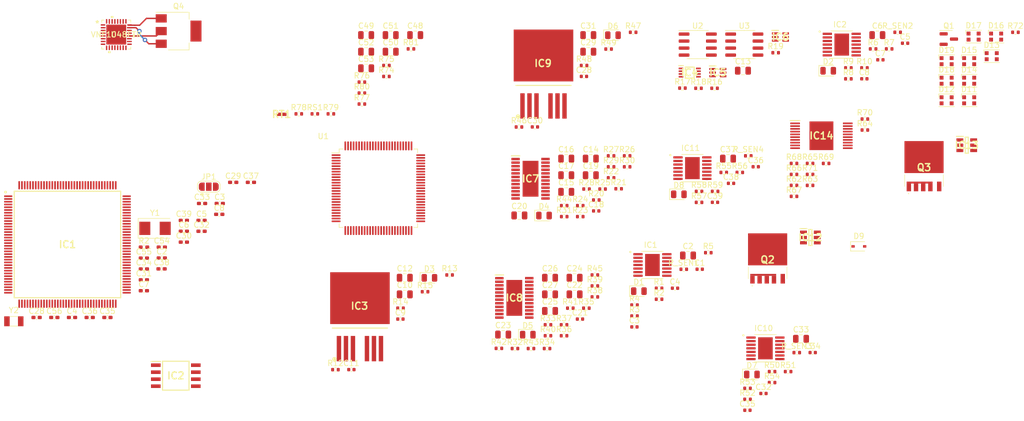
<source format=kicad_pcb>
(kicad_pcb (version 20211014) (generator pcbnew)
  (layers (0 "F.Cu" signal) (31 "B.Cu" signal) (34 "B.Paste" user) (35 "F.Paste" user) (36 "B.SilkS" user "B.Silkscreen") (37 "F.SilkS" user "F.Silkscreen") (38 "B.Mask" user) (39 "F.Mask" user) (44 "Edge.Cuts" user))
  (net 0 "")
  (net 1 "/ocp_concept1/BTS70021EPP0/ADC")
  (net 2 "GND")
  (net 3 "/ocp_concept1/BTS70021EPP0/VS")
  (net 4 "Net-(C3-Pad2)")
  (net 5 "/ocp_concept1/BTS70021EPP0/OUT")
  (net 6 "/BTS70021EPP1/ADC")
  (net 7 "/BTS70021EPP1/VS")
  (net 8 "Net-(C7-Pad2)")
  (net 9 "/BTS70021EPP1/OUT")
  (net 10 "/BTS50010-1TAE/ADC")
  (net 11 "Net-(C10-Pad2)")
  (net 12 "/BTS50010-1TAE/OUT")
  (net 13 "/BTS50010-1TAE/VS")
  (net 14 "Net-(D1-Pad1)")
  (net 15 "Net-(D2-Pad1)")
  (net 16 "Net-(IC1-Pad2)")
  (net 17 "Net-(IC1-Pad3)")
  (net 18 "Net-(IC1-Pad4)")
  (net 23 "Net-(IC2-Pad2)")
  (net 24 "Net-(IC2-Pad3)")
  (net 25 "Net-(IC2-Pad4)")
  (net 30 "Net-(IC3-Pad1)")
  (net 31 "Net-(IC3-Pad3)")
  (net 32 "Net-(IC4-Pad1)")
  (net 33 "CAN1_H")
  (net 34 "CAN_TERMINATOR_2")
  (net 35 "Net-(IC4-Pad5)")
  (net 36 "CAN2_H")
  (net 37 "CAN_TERMINATOR_1")
  (net 38 "VDD")
  (net 39 "Net-(Q1-Pad1)")
  (net 40 "Net-(BZ1-Pad2)")
  (net 41 "Net-(C48-Pad2)")
  (net 42 "/VNF1048FTR/VBAT")
  (net 43 "/BTS70021EPP1/IN")
  (net 44 "/BTS70021EPP1/DEN")
  (net 45 "/BTS50010-1TAE/IN")
  (net 46 "CAN1_L")
  (net 47 "CAN2_L")
  (net 112 "CAN1_TX")
  (net 113 "+5V")
  (net 114 "CAN1_RX")
  (net 116 "CAN2_TX")
  (net 117 "CAN2_RX")
  (net 119 "/BTS722204ESAXUMA1/OUT0")
  (net 120 "/BTS722204ESAXUMA1/OUT1")
  (net 121 "/BTS722204ESAXUMA1/OUT2")
  (net 122 "/BTS722204ESAXUMA1/OUT3")
  (net 123 "TEMP1_CS")
  (net 124 "SPI2_IO")
  (net 125 "SPI2_CLK")
  (net 126 "TEMP1_ALERT")
  (net 127 "TEMP2_CS")
  (net 128 "TEMP2_ALERT")
  (net 129 "Net-(IC7-Pad3)")
  (net 130 "Net-(IC7-Pad4)")
  (net 131 "Net-(IC7-Pad5)")
  (net 132 "Net-(IC7-Pad6)")
  (net 133 "Net-(C19-Pad2)")
  (net 134 "Net-(IC7-Pad8)")
  (net 135 "Net-(IC7-Pad9)")
  (net 136 "Net-(IC7-Pad10)")
  (net 137 "Net-(IC7-Pad11)")
  (net 138 "/BTS722204ESAXUMA1/MISO")
  (net 139 "/BTS722204ESAXUMA1/MOSI")
  (net 140 "/BTS722204ESAXUMA1/SCLK")
  (net 141 "/BTS722204ESAXUMA1/CSN")
  (net 142 "/BTS722204ESAXUMA1/IN0")
  (net 143 "/BTS722204ESAXUMA1/IN1")
  (net 144 "/BTS722204ESAXUMA1/IN2")
  (net 145 "/BTS722204ESAXUMA1/IN3")
  (net 146 "/BTS722204ESAXUMA1/VS")
  (net 147 "/BTS722204ESAXUMA2/OUT0")
  (net 148 "/BTS722204ESAXUMA2/OUT1")
  (net 149 "/BTS722204ESAXUMA2/OUT2")
  (net 150 "/BTS722204ESAXUMA2/OUT3")
  (net 151 "/BTS50010-1TAE1/ADC")
  (net 152 "Net-(IC7-Pad12)")
  (net 153 "Net-(C22-Pad2)")
  (net 154 "Net-(IC8-Pad3)")
  (net 155 "Net-(IC8-Pad4)")
  (net 156 "Net-(IC8-Pad5)")
  (net 157 "Net-(IC8-Pad6)")
  (net 158 "Net-(C29-Pad2)")
  (net 159 "Net-(IC8-Pad8)")
  (net 160 "Net-(IC8-Pad9)")
  (net 161 "Net-(IC8-Pad10)")
  (net 162 "Net-(IC8-Pad11)")
  (net 163 "Net-(IC8-Pad12)")
  (net 164 "/BTS722204ESAXUMA2/VS")
  (net 165 "Net-(C19-Pad1)")
  (net 166 "/BTS722204ESAXUMA1/ADC")
  (net 167 "Net-(C22-Pad1)")
  (net 168 "/BTS722204ESAXUMA2/ADC")
  (net 169 "/BTS722204ESAXUMA2/MISO")
  (net 170 "/BTS722204ESAXUMA2/MOSI")
  (net 171 "/BTS722204ESAXUMA2/SCLK")
  (net 172 "/BTS722204ESAXUMA2/CSN")
  (net 173 "/BTS722204ESAXUMA2/IN0")
  (net 174 "/BTS722204ESAXUMA2/IN1")
  (net 175 "/BTS722204ESAXUMA2/IN2")
  (net 176 "/BTS722204ESAXUMA2/IN3")
  (net 177 "/BTS50010-1TAE1/OUT")
  (net 178 "/BTS50010-1TAE1/VS")
  (net 179 "/BTS70021EPP2/ADC")
  (net 180 "/BTS70021EPP2/VS")
  (net 181 "Net-(C34-Pad2)")
  (net 182 "/BTS70021EPP2/OUT")
  (net 183 "/BTS70021EPP3/ADC")
  (net 184 "/BTS70021EPP3/VS")
  (net 185 "Net-(C38-Pad2)")
  (net 186 "/BTS70021EPP3/OUT")
  (net 187 "Net-(D7-Pad1)")
  (net 188 "Net-(D8-Pad1)")
  (net 189 "Net-(IC7-Pad7)")
  (net 190 "Net-(IC8-Pad7)")
  (net 191 "Net-(IC9-Pad1)")
  (net 192 "Net-(IC9-Pad3)")
  (net 193 "Net-(IC10-Pad2)")
  (net 194 "Net-(IC10-Pad3)")
  (net 195 "Net-(IC10-Pad4)")
  (net 200 "Net-(IC11-Pad2)")
  (net 201 "Net-(IC11-Pad3)")
  (net 202 "Net-(IC11-Pad4)")
  (net 209 "/BTS50010-1TAE1/IN")
  (net 210 "/BTS70021EPP2/IN")
  (net 211 "/BTS70021EPP2/DEN")
  (net 212 "/BTS70021EPP3/IN")
  (net 213 "/BTS70021EPP3/DEN")
  (net 214 "Net-(C40-Pad1)")
  (net 215 "12V_CONNECTOR")
  (net 216 "Net-(IC12-Pad5)")
  (net 217 "+12V")
  (net 218 "Net-(C41-Pad1)")
  (net 219 "Net-(IC13-Pad5)")
  (net 220 "Net-(IC14-Pad6)")
  (net 221 "Net-(IC14-Pad17)")
  (net 258 "Net-(D11-Pad2)")
  (net 259 "/user_peripheral/STATUS_LED_D")
  (net 260 "Net-(D12-Pad2)")
  (net 261 "Net-(D13-Pad2)")
  (net 262 "Net-(D14-Pad2)")
  (net 263 "Net-(D15-Pad2)")
  (net 264 "Net-(D16-Pad2)")
  (net 265 "Net-(D17-Pad2)")
  (net 266 "Net-(D18-Pad2)")
  (net 268 "Net-(C44-Pad2)")
  (net 269 "Net-(IC14-Pad3)")
  (net 270 "Net-(IC14-Pad4)")
  (net 271 "Net-(IC14-Pad5)")
  (net 272 "Net-(IC14-Pad7)")
  (net 273 "Net-(IC14-Pad8)")
  (net 274 "Net-(C45-Pad2)")
  (net 275 "Net-(C47-Pad2)")
  (net 276 "Net-(IC14-Pad13)")
  (net 277 "Net-(IC14-Pad14)")
  (net 278 "Net-(IC14-Pad18)")
  (net 279 "Net-(C46-Pad2)")
  (net 280 "/TLE9104SH/IN0")
  (net 281 "/TLE9104SH/IN2")
  (net 282 "/TLE9104SH/MISO")
  (net 283 "/TLE9104SH/MOSI")
  (net 284 "/TLE9104SH/CSN")
  (net 285 "/TLE9104SH/SCLK")
  (net 286 "/TLE9104SH/IN1")
  (net 287 "/TLE9104SH/IN3")
  (net 288 "/TLE9104SH/EN")
  (net 289 "/TLE9104SH/RESN")
  (net 290 "/user_peripheral/BUZZ_IN")
  (net 291 "Net-(C49-Pad2)")
  (net 292 "Net-(C50-Pad1)")
  (net 293 "Net-(C50-Pad2)")
  (net 294 "Net-(C51-Pad1)")
  (net 295 "Net-(C51-Pad2)")
  (net 296 "/ocp_concept1/SANALOG_1")
  (net 297 "/ocp_concept1/BTS70021EPP0/IN")
  (net 298 "/ocp_concept1/BTS70021EPP0/DEN")
  (net 299 "Net-(R74-Pad1)")
  (net 300 "/VNF1048FTR/CSN")
  (net 301 "Net-(R75-Pad1)")
  (net 302 "/VNF1048FTR/SDI")
  (net 303 "Net-(R76-Pad1)")
  (net 304 "/VNF1048FTR/SDO")
  (net 305 "Net-(R77-Pad1)")
  (net 306 "/VNF1048FTR/SCK")
  (net 307 "Net-(R78-Pad1)")
  (net 308 "/VNF1048FTR/DIAG")
  (net 309 "Net-(R79-Pad1)")
  (net 310 "/VNF1048FTR/HWLO")
  (net 311 "Net-(R80-Pad1)")
  (net 312 "Net-(R80-Pad2)")
  (net 313 "/VNF1048FTR/MOS_OUT")
  (net 314 "/VNF1048FTR/MOS_GATE")
  (net 315 "/VNF1048FTR/MOS_IN")
  (net 326 "OSC_IN")
  (net 327 "VDDA")
  (net 328 "OSC_OUT")
  (net 329 "OSC32_IN")
  (net 330 "OSC32_OUT")
  (net 335 "Net-(IC1-Pad6)")
  (net 347 "/MCU/ADC1_IN1")
  (net 348 "/MCU/ADC1_IN2")
  (net 349 "/MCU/ADC1_IN3")
  (net 350 "/MCU/ADC1_IN4")
  (net 351 "/MCU/ADC1_IN5")
  (net 352 "/MCU/ADC1_IN6")
  (net 353 "/MCU/ADC1_IN7")
  (net 354 "/MCU/ADC1_IN8")
  (net 355 "/MCU/ADC1_IN9")
  (net 356 "/MCU/ADC1_IN10")
  (net 357 "/MCU/ADC1_IN11")
  (net 358 "/MCU/ADC1_IN12")
  (net 359 "/MCU/ADC1_IN13")
  (net 360 "/MCU/ADC1_IN14")
  (net 361 "/MCU/ADC1_IN15")
  (net 362 "/MCU/ADC1_IN16")
  (net 374 "CLK")
  (net 375 "NCS")
  (net 376 "BK1_IO0")
  (net 377 "BK1_IO1")
  (net 378 "BK1_IO2")
  (net 379 "BK1_IO3")
  (net 382 "/MCU/CAN2_RX")
  (net 383 "/MCU/CAN2_TX")
  (net 386 "/MCU/NCS_SECA1")
  (net 387 "/MCU/NCS_SECA2")
  (net 388 "/MCU/NCS_SECA3")
  (net 389 "/MCU/NCS_SECA4")
  (net 390 "/MCU/NCS_SECA5")
  (net 391 "/MCU/NCS_SECA6")
  (net 394 "/MCU/SCK")
  (net 395 "/MCU/MISO")
  (net 396 "/MCU/MOSI")
  (net 408 "/MCU/USB_OTG_FS_DM_OPT")
  (net 409 "/MCU/USB_OTG_FS_DP_OPT")
  (net 410 "/MCU/SWDIO")
  (net 411 "/MCU/SWCLK")
  (net 422 "/MCU/I2C1_SDA")
  (net 423 "/MCU/I2C1_SCL")
  (net 430 "BOOT0")
  (net 431 "/MCU/CAN1_RX")
  (net 432 "/MCU/CAN1_TX")
  (net 435 "Net-(JP1-Pad2)")
  (net 436 "+3V3")
  (footprint "Capacitor_SMD:C_0805_2012Metric" (layer "F.Cu") (at 187.872 88.95)
    (fp_text reference "C2")
    (fp_text value "100nF")
  )
  (footprint "Capacitor_SMD:C_0805_2012Metric" (layer "F.Cu") (at 165.792 77.41)
    (fp_text reference "C15")
    (fp_text value "10nf")
  )
  (footprint "Package_SO:SOIC-8_3.9x4.9mm_P1.27mm" (layer "F.Cu") (at 198.082 50.71)
    (fp_text reference "U3")
    (fp_text value "MCP2561-E-SN")
  )
  (footprint "Package_TO_SOT_SMD:SOT-223-3_TabPin2" (layer "F.Cu") (at 95.504 48.26)
    (fp_text reference "Q4")
    (fp_text value "NDT3055L")
  )
  (footprint "Capacitor_SMD:C_0402_1005Metric" (layer "F.Cu") (at 200.152 72.86)
    (fp_text reference "C36")
    (fp_text value "220pF")
  )
  (footprint "Resistor_SMD:R_0402_1005Metric" (layer "F.Cu") (at 123.942 109.65)
    (fp_text reference "R12")
    (fp_text value "4.7k")
  )
  (footprint "Resistor_SMD:R_0402_1005Metric" (layer "F.Cu") (at 207.592 106.56)
    (fp_text reference "R_SEN3")
    (fp_text value "1.2k")
  )
  (footprint "Resistor_SMD:R_0402_1005Metric" (layer "F.Cu") (at 128.7377 59.5)
    (fp_text reference "R80")
    (fp_text value "10k")
  )
  (footprint "Capacitor_SMD:C_0805_2012Metric" (layer "F.Cu") (at 167.302 96)
    (fp_text reference "C22")
    (fp_text value "470nF")
  )
  (footprint "Resistor_SMD:R_0402_1005Metric" (layer "F.Cu") (at 219.862 54.93)
    (fp_text reference "R10")
    (fp_text value "47")
  )
  (footprint "Resistor_SMD:R_0402_1005Metric" (layer "F.Cu") (at 224.342 51.49)
    (fp_text reference "R7")
    (fp_text value "4.7k")
  )
  (footprint "Resistor_SMD:R_0402_1005Metric" (layer "F.Cu") (at 191.552 88.44)
    (fp_text reference "R5")
    (fp_text value "47")
  )
  (footprint "Resistor_SMD:R_0402_1005Metric" (layer "F.Cu") (at 165.392 103.5)
    (fp_text reference "R36")
    (fp_text value "1.2k")
  )
  (footprint "Resistor_SMD:R_0402_1005Metric" (layer "F.Cu") (at 178.172 99.92)
    (fp_text reference "R3")
    (fp_text value "4.7k")
  )
  (footprint "Capacitor_SMD:C_0805_2012Metric" (layer "F.Cu") (at 162.852 96)
    (fp_text reference "C27")
    (fp_text value "10nf")
  )
  (footprint "Resistor_SMD:R_0402_1005Metric" (layer "F.Cu") (at 128.7377 61.49)
    (fp_text reference "R77")
    (fp_text value "1.2k")
  )
  (footprint "Resistor_SMD:R_0402_1005Metric" (layer "F.Cu") (at 247.242 48.48)
    (fp_text reference "R72")
    (fp_text value "1k")
  )
  (footprint "Capacitor_SMD:C_0805_2012Metric" (layer "F.Cu") (at 169.792 52)
    (fp_text reference "C29")
    (fp_text value "150nF")
  )
  (footprint "Resistor_SMD:R_0402_1005Metric" (layer "F.Cu") (at 219.942 66.2)
    (fp_text reference "R64")
    (fp_text value "1.2k")
  )
  (footprint "Resistor_SMD:R_0402_1005Metric" (layer "F.Cu") (at 144.642 92.48)
    (fp_text reference "R13")
    (fp_text value "1k")
  )
  (footprint "Capacitor_SMD:C_0805_2012Metric" (layer "F.Cu") (at 165.792 71.39)
    (fp_text reference "C16")
    (fp_text value "10nf")
  )
  (footprint "Capacitor_SMD:C_0402_1005Metric" (layer "F.Cu") (at 227.232 50.46)
    (fp_text reference "C5")
    (fp_text value "220pF")
  )
  (footprint "PDM_Additional:SOP65P600X115-15N" (layer "F.Cu") (at 215.747 50.71)
    (fp_text reference "IC2")
    (fp_text value "BTS70021EPPXUMA1")
  )
  (footprint "PDM_Additional:SOT95P280X110-6N" (layer "F.Cu") (at 238.417 68.955)
    (fp_text reference "IC13")
    (fp_text value "LM5050MK-1_NOPB" hide)
  )
  (footprint "Resistor_SMD:R_0402_1005Metric" (layer "F.Cu") (at 153.582 105.79)
    (fp_text reference "R42")
    (fp_text value "4.7k")
  )
  (footprint "Diode_SMD:D_0805_2012Metric" (layer "F.Cu") (at 213.292 55.455)
    (fp_text reference "D2")
    (fp_text value "7V")
  )
  (footprint "Capacitor_SMD:C_0805_2012Metric" (layer "F.Cu") (at 129.5077 55.01)
    (fp_text reference "C53")
    (fp_text value "100nF")
  )
  (footprint "Resistor_SMD:R_0402_1005Metric" (layer "F.Cu") (at 182.622 94.89)
    (fp_text reference "R1")
    (fp_text value "4,7k")
  )
  (footprint "Resistor_SMD:R_0402_1005Metric" (layer "F.Cu") (at 170.982 92.48)
    (fp_text reference "R45")
    (fp_text value "1.2k")
  )
  (footprint "Resistor_SMD:R_0402_1005Metric" (layer "F.Cu") (at 135.742 98.5)
    (fp_text reference "R14")
    (fp_text value "4.7k")
  )
  (footprint "Capacitor_SMD:C_0402_1005Metric" (layer "F.Cu") (at 171.222 80.87)
    (fp_text reference "C18")
    (fp_text value "220pF")
  )
  (footprint "PDM_Additional:SOP65P600X115-25N" (layer "F.Cu") (at 159.317 75.035)
    (fp_text reference "IC7")
    (fp_text value "BTS722204ESAXUMA1" hide)
  )
  (footprint "Resistor_SMD:R_0402_1005Metric" (layer "F.Cu") (at 219.942 64.21)
    (fp_text reference "R70")
    (fp_text value "1.2k")
  )
  (footprint "Resistor_SMD:R_0402_1005Metric" (layer "F.Cu") (at 207.092 76.24)
    (fp_text reference "R62")
    (fp_text value "4.7k")
  )
  (footprint "Capacitor_SMD:C_0402_1005Metric" (layer "F.Cu") (at 185.512 94.88)
    (fp_text reference "C4")
    (fp_text value "10nF")
  )
  (footprint "Capacitor_SMD:C_0402_1005Metric" (layer "F.Cu") (at 192.762 79.31)
    (fp_text reference "C39")
    (fp_text value "10nF")
  )
  (footprint "LED_SMD:LED_WS2812B-2020_PLCC4_2.0x2.0mm" (layer "F.Cu") (at 234.762 57.26)
    (fp_text reference "D18")
    (fp_text value "WS2812B")
  )
  (footprint "Resistor_SMD:R_0402_1005Metric" (layer "F.Cu") (at 165.422 79.91)
    (fp_text reference "R44")
    (fp_text value "1.2k")
  )
  (footprint "Capacitor_SMD:C_0402_1005Metric" (layer "F.Cu") (at 126.832 109.64)
    (fp_text reference "C11")
    (fp_text value "10nF")
  )
  (footprint "Capacitor_SMD:C_0402_1005Metric_Pad0.74x0.62mm_HandSolder" (layer "F.Cu") (at 72.966 100.188)
    (fp_text reference "C56")
    (fp_text value "10pF")
  )
  (footprint "Resistor_SMD:R_0402_1005Metric" (layer "F.Cu") (at 173.922 70.88)
    (fp_text reference "R27")
    (fp_text value "4.7k")
  )
  (footprint "Resistor_SMD:R_0402_1005Metric" (layer "F.Cu") (at 157.222 65.65)
    (fp_text reference "R46")
    (fp_text value "4.7k")
  )
  (footprint "Capacitor_SMD:C_0805_2012Metric" (layer "F.Cu") (at 129.5077 52)
    (fp_text reference "C52")
    (fp_text value "20uF")
  )
  (footprint "PDM_Additional:PG-TO263-7-3_3" (layer "F.Cu") (at 128.387 96.685)
    (fp_text reference "IC3")
    (fp_text value "BTS500101TAEATMA1" hide)
  )
  (footprint "Capacitor_SMD:C_0402_1005Metric_Pad0.74x0.62mm_HandSolder" (layer "F.Cu") (at 99.666 82.588)
    (fp_text reference "C5")
    (fp_text value "100n")
  )
  (footprint "Resistor_SMD:R_0402_1005Metric" (layer "F.Cu") (at 207.092 74.25)
    (fp_text reference "R66")
    (fp_text value "1.2k")
  )
  (footprint "Resistor_SMD:R_0402_1005Metric" (layer "F.Cu") (at 173.922 74.86)
    (fp_text reference "R22")
    (fp_text value "1.2k")
  )
  (footprint "Capacitor_SMD:C_0402_1005Metric_Pad0.74x0.62mm_HandSolder" (layer "F.Cu") (at 89.206 89.428)
    (fp_text reference "C55")
    (fp_text value "10pF")
  )
  (footprint "Capacitor_SMD:C_0402_1005Metric_Pad0.74x0.62mm_HandSolder" (layer "F.Cu") (at 79.386 100.188)
    (fp_text reference "C36")
    (fp_text value "100n")
  )
  (footprint "Crystal:Crystal_SMD_5032-2Pin_5.0x3.2mm" (layer "F.Cu") (at 91.226 84.028)
    (fp_text reference "Y1")
    (fp_text value "48Mhz")
  )
  (footprint "Resistor_SMD:R_0402_1005Metric" (layer "F.Cu") (at 140.192 95.52)
    (fp_text reference "R15")
    (fp_text value "10")
  )
  (footprint "Capacitor_SMD:C_0402_1005Metric" (layer "F.Cu") (at 219.842 56.91)
    (fp_text reference "C8")
    (fp_text value "10nF")
  )
  (footprint "LED_SMD:LED_WS2812B-2020_PLCC4_2.0x2.0mm" (layer "F.Cu") (at 234.762 53.71)
    (fp_text reference "D19")
    (fp_text value "WS2812B")
  )
  (footprint "Resistor_SMD:R_0402_1005Metric" (layer "F.Cu") (at 216.952 56.92)
    (fp_text reference "R8")
    (fp_text value "4.7k")
  )
  (footprint "PDM_Additional:SOP50P310X90-8N" (layer "F.Cu") (at 188.182 55.785)
    (fp_text reference "IC4")
    (fp_text value "TS5A21366DCUR" hide)
  )
  (footprint "Resistor_SMD:R_0402_1005Metric" (layer "F.Cu") (at 173.922 72.87)
    (fp_text reference "R29")
    (fp_text value "470")
  )
  (footprint "Resistor_SMD:R_0402_1005Metric" (layer "F.Cu") (at 189.872 77.33)
    (fp_text reference "R58")
    (fp_text value "4.7k")
  )
  (footprint "Resistor_SMD:R_0402_1005Metric" (layer "F.Cu") (at 203.762 52.18)
    (fp_text reference "R19")
    (fp_text value "10k")
  )
  (footprint "Resistor_SMD:R_0402_1005Metric" (layer "F.Cu") (at 168.332 79.91)
    (fp_text reference "R24")
    (fp_text value "4.7k")
  )
  (footprint "PDM_Additional:SOP65P600X115-25N" (layer "F.Cu") (at 156.377 96.635)
    (fp_text reference "IC8")
    (fp_text value "BTS722204ESAXUMA1" hide)
  )
  (footprint "Capacitor_SMD:C_0805_2012Metric" (layer "F.Cu") (at 154.352 103.29)
    (fp_text reference "C23")
    (fp_text value "100nF")
  )
  (footprint "Capacitor_SMD:C_0805_2012Metric" (layer "F.Cu") (at 136.512 92.99)
    (fp_text reference "C12")
    (fp_text value "100nF")
  )
  (footprint "Capacitor_SMD:C_0402_1005Metric_Pad0.74x0.62mm_HandSolder" (layer "F.Cu") (at 105.406 75.688)
    (fp_text reference "C29")
    (fp_text value "100n")
  )
  (footprint "Resistor_SMD:R_0402_1005Metric" (layer "F.Cu") (at 168.332 81.9)
    (fp_text reference "R23")
    (fp_text value "1.2k")
  )
  (footprint "Capacitor_SMD:C_0805_2012Metric" (layer "F.Cu") (at 208.362 104.06)
    (fp_text reference "C33")
    (fp_text value "100nF")
  )
  (footprint "Resistor_SMD:R_0402_1005Metric" (layer "F.Cu") (at 165.392 101.51)
    (fp_text reference "R37")
    (fp_text value "1.2k")
  )
  (footprint "Resistor_SMD:R_0402_1005Metric" (layer "F.Cu") (at 175.292 76.85)
    (fp_text reference "R21")
    (fp_text value "1.2k")
  )
  (footprint "Capacitor_SMD:C_0402_1005Metric_Pad0.74x0.62mm_HandSolder" (layer "F.Cu") (at 99.666 84.558)
    (fp_text reference "C32")
    (fp_text value "100n")
  )
  (footprint "Diode_SMD:D_0805_2012Metric" (layer "F.Cu") (at 161.762 81.705)
    (fp_text reference "D4")
    (fp_text value "7V")
  )
  (footprint "Capacitor_SMD:C_0402_1005Metric_Pad0.74x0.62mm_HandSolder" (layer "F.Cu") (at 89.206 91.398)
    (fp_text reference "C34")
    (fp_text value "100n")
  )
  (footprint "Capacitor_SMD:C_0402_1005Metric" (layer "F.Cu") (at 198.642 117.01)
    (fp_text reference "C35")
    (fp_text value "10nF")
  )
  (footprint "Resistor_SMD:R_0402_1005Metric" (layer "F.Cu") (at 120.2077 63.27)
    (fp_text reference "RS1")
    (fp_text value "1m")
  )
  (footprint "Capacitor_SMD:C_0805_2012Metric" (layer "F.Cu") (at 197.832 55.44)
    (fp_text reference "C13")
    (fp_text value "0,1mF")
  )
  (footprint "Package_QFP:LQFP-100_14x14mm_P0.5mm" (layer "F.Cu") (at 131.732 76.75)
    (fp_text reference "U1")
    (fp_text value "STM32L496VGTx")
  )
  (footprint "PDM_Additional:SOT65P210X110-6N" (layer "F.Cu") (at 193.282 55.785)
    (fp_text reference "IC5")
    (fp_text value "TMP126NDCKR" hide)
  )
  (footprint "Capacitor_SMD:C_0402_1005Metric" (layer "F.Cu") (at 195.672 75.87)
    (fp_text reference "C38")
    (fp_text value "47nF")
  )
  (footprint "Capacitor_SMD:C_0805_2012Metric" (layer "F.Cu") (at 136.512 96)
    (fp_text reference "C10")
    (fp_text value "150nF")
  )
  (footprint "LED_SMD:LED_WS2812B-2020_PLCC4_2.0x2.0mm" (layer "F.Cu") (at 243.742 49.26)
    (fp_text reference "D16")
    (fp_text value "WS2812B")
  )
  (footprint "Resistor_SMD:R_0402_1005Metric" (layer "F.Cu") (at 172.382 76.9)
    (fp_text reference "R25")
    (fp_text value "4.7k")
  )
  (footprint "PDM_Additional:SOT65P210X110-6N" (layer "F.Cu") (at 204.632 49.335)
    (fp_text reference "IC6")
    (fp_text value "TMP126NDCKR" hide)
  )
  (footprint "Capacitor_SMD:C_0805_2012Metric" (layer "F.Cu") (at 170.242 71.39)
    (fp_text reference "C14")
    (fp_text value "10nf")
  )
  (footprint "Resistor_SMD:R_0402_1005Metric" (layer "F.Cu") (at 159.402 105.82)
    (fp_text reference "R43")
    (fp_text value "1.2k")
  )
  (footprint "LED_SMD:LED_WS2812B-2020_PLCC4_2.0x2.0mm" (layer "F.Cu") (at 238.852 53.71)
    (fp_text reference "D15")
    (fp_text value "WS2812B")
  )
  (footprint "Resistor_SMD:R_0402_1005Metric" (layer "F.Cu") (at 206.022 110)
    (fp_text reference "R51")
    (fp_text value "4.7k")
  )
  (footprint "Capacitor_SMD:C_0805_2012Metric" (layer "F.Cu") (at 195.122 71.39)
    (fp_text reference "C37")
    (fp_text value "100nF")
  )
  (footprint "Jumper:SolderJumper-3_P1.3mm_Open_RoundedPad1.0x1.5mm" (layer "F.Cu") (at 100.976 76.478)
    (fp_text reference "JP1")
    (fp_text value "SolderJumper_3_Open")
  )
  (footprint "Crystal:Crystal_SMD_3215-2Pin_3.2x1.5mm" (layer "F.Cu") (at 65.626 100.878)
    (fp_text reference "Y2")
    (fp_text value "32KHz")
  )
  (footprint "Resistor_SMD:R_0402_1005Metric" (layer "F.Cu") (at 216.952 54.93)
    (fp_text reference "R9")
    (fp_text value "4.7k")
  )
  (footprint "Resistor_SMD:R_0402_1005Metric" (layer "F.Cu") (at 194.352 73.89)
    (fp_text reference "R55")
    (fp_text value "4,7k")
  )
  (footprint "Capacitor_SMD:C_0402_1005Metric_Pad0.74x0.62mm_HandSolder" (layer "F.Cu") (at 96.456 84.558)
    (fp_text reference "C6")
    (fp_text value "100n")
  )
  (footprint "Capacitor_SMD:C_0402_1005Metric" (layer "F.Cu") (at 160.112 65.64)
    (fp_text reference "C30")
    (fp_text value "10nF")
  )
  (footprint "PDM_Additional:SOT95P280X110-6N" (layer "F.Cu") (at 210.057 85.685)
    (fp_text reference "IC12")
    (fp_text value "LM5050MK-1_NOPB" hide)
  )
  (footprint "Capacitor_SMD:C_0805_2012Metric" (layer "F.Cu") (at 222.202 48.99)
    (fp_text reference "C6")
    (fp_text value "100nF")
  )
  (footprint "Resistor_SMD:R_0402_1005Metric" (layer "F.Cu") (at 221.432 51.49)
    (fp_text reference "R6")
    (fp_text value "4,7k")
  )
  (footprint "Capacitor_SMD:C_0402_1005Metric" (layer "F.Cu") (at 169.002 56.48)
    (fp_text reference "C28")
    (fp_text value "10nF")
  )
  (footprint "Capacitor_SMD:C_0402_1005Metric_Pad0.74x0.62mm_HandSolder" (layer "F.Cu") (at 92.416 91.378)
    (fp_text reference "C38")
    (fp_text value "100n")
  )
  (footprint "Resistor_SMD:R_0402_1005Metric" (layer "F.Cu") (at 210.002 76.24)
    (fp_text reference "R63")
    (fp_text value "4.7k")
  )
  (footprint "Resistor_SMD:R_0402_1005Metric" (layer "F.Cu") (at 198.662 113.04)
    (fp_text reference "R53")
    (fp_text value "4.7k")
  )
  (footprint "Resistor_SMD:R_0402_1005Metric" (layer "F.Cu") (at 169.022 54.5)
    (fp_text reference "R48")
    (fp_text value "4.7k")
  )
  (footprint "PDM_Additional:SOIC127P798X216-8N" (layer "F.Cu") (at 94.996 110.744)
    (fp_text reference "IC2")
    (fp_text value "AT25SF128A-SHB-T" hide)
  )
  (footprint "LED_SMD:LED_WS2812B-2020_PLCC4_2.0x2.0mm" (layer "F.Cu") (at 242.942 52.81)
    (fp_text reference "D13")
    (fp_text value "WS2812B")
  )
  (footprint "Resistor_SMD:R_0402_1005Metric" (layer "F.Cu") (at 207.092 72.26)
    (fp_text reference "R68")
    (fp_text value "4.7k")
  )
  (footprint "Resistor_SMD:R_0402_1005Metric" (layer "F.Cu") (at 170.982 96.46)
    (fp_text reference "R38")
    (fp_text value "1.2k")
  )
  (footprint "Resistor_SMD:R_0402_1005Metric" (layer "F.Cu") (at 198.802 70.88)
    (fp_text reference "R_SEN4")
    (fp_text value "1.2k")
  )
  (footprint "Resistor_SMD:R_0402_1005Metric" (layer "F.Cu") (at 197.262 73.89)
    (fp_text reference "R56")
    (fp_text value "4.7k")
  )
  (footprint "Diode_SMD:D_0805_2012Metric" (layer "F.Cu") (at 178.962 95.415)
    (fp_text reference "D1")
    (fp_text value "7V")
  )
  (footprint "Capacitor_SMD:C_0402_1005Metric_Pad0.74x0.62mm_HandSolder" (layer "F.Cu") (at 92.456 87.438)
    (fp_text reference "C54")
    (fp_text value "1u")
  )
  (footprint "Resistor_SMD:R_0402_1005Metric" (layer "F.Cu") (at 169.472 76.9)
    (fp_text reference "R28")
    (fp_text value "47")
  )
  (footprint "PDM_Additional:IAUA250N04S6N007AUMA1" (layer "F.Cu") (at 230.667 74.005)
    (fp_text reference "Q3")
    (fp_text value "IAUA250N04S6N007AUMA1" hide)
  )
  (footprint "Package_SO:SOIC-8_3.9x4.9mm_P1.27mm" (layer "F.Cu") (at 189.632 50.71)
    (fp_text reference "U2")
    (fp_text value "MCP2561-E-SN")
  )
  (footprint "PDM_Additional:SOP65P600X115-15N" (layer "F.Cu") (at 201.907 105.78)
    (fp_text reference "IC10")
    (fp_text value "BTS70021EPPXUMA1")
  )
  (footprint "Resistor_SMD:R_0402_1005Metric" (layer "F.Cu") (at 189.772 58.63)
    (fp_text reference "R18")
    (fp_text value "10k")
  )
  (footprint "PDM_Additional:SOP65P600X115-15N" (layer "F.Cu") (at 188.667 73.11)
    (fp_text reference "IC11")
    (fp_text value "BTS70021EPPXUMA1")
  )
  (footprint "Resistor_SMD:R_0402_1005Metric" (layer "F.Cu") (at 212.912 72.26)
    (fp_text reference "R69")
    (fp_text value "4.7k")
  )
  (footprint "PDM_Additional:QFP50P2200X2200X160-144N" (layer "F.Cu") (at 75.351 86.953)
    (fp_text reference "IC1")
    (fp_text value "STM32L496ZGT6" hide)
  )
  (footprint "Capacitor_SMD:C_0402_1005Metric" (layer "F.Cu") (at 178.152 101.9)
    (fp_text reference "C3")
    (fp_text value "47nF")
  )
  (footprint "Capacitor_SMD:C_0805_2012Metric" (layer "F.Cu") (at 169.792 48.99)
    (fp_text reference "C31")
    (fp_text value "100nF")
  )
  (footprint "LED_SMD:LED_WS2812B-2020_PLCC4_2.0x2.0mm" (layer "F.Cu") (at 238.852 60.81)
    (fp_text reference "D11")
    (fp_text value "WS2812B")
  )
  (footprint "Capacitor_SMD:C_0402_1005Metric_Pad0.74x0.62mm_HandSolder" (layer "F.Cu") (at 108.616 75.688)
    (fp_text reference "C37")
    (fp_text value "100n")
  )
  (footprint "Diode_SMD:D_0805_2012Metric" (layer "F.Cu") (at 186.212 77.855)
    (fp_text reference "D8")
    (fp_text value "7V")
  )
  (footprint "Resistor_SMD:R_0402_1005Metric" (layer "F.Cu") (at 225.882 48.48)
    (fp_text reference "R_SEN2")
    (fp_text value "1.2k")
  )
  (footprint "Diode_SMD:D_0805_2012Metric" (layer "F.Cu") (at 199.452 110.525)
    (fp_text reference "D7")
    (fp_text value "7V")
  )
  (footprint "Capacitor_SMD:C_0402_1005Metric" (layer "F.Cu") (at 135.722 100.48)
    (fp_text reference "C9")
    (fp_text value "10nF")
  )
  (footprint "Capacitor_SMD:C_0805_2012Metric" (layer "F.Cu") (at 162.852 92.99)
    (fp_text reference "C26")
    (fp_text value "10nf")
  )
  (footprint "Resistor_SMD:R_0402_1005Metric" (layer "F.Cu") (at 117.2977 63.27)
    (fp_text reference "R78")
    (fp_text value "1.2k")
  )
  (footprint "Resistor_SMD:R_0402_1005Metric" (layer "F.Cu") (at 189.872 79.32)
    (fp_text reference "R57")
    (fp_text value "4.7k")
  )
  (footprint "Resistor_SMD:R_0402_1005Metric" (layer "F.Cu") (at 156.492 105.82)
    (fp_text reference "R32")
    (fp_text value "47")
  )
  (footprint "Resistor_SMD:R_0402_1005Metric" (layer "F.Cu") (at 133.1877 56.49)
    (fp_text reference "R74")
    (fp_text value "1.2k")
  )
  (footprint "LED_SMD:LED_WS2812B-2020_PLCC4_2.0x2.0mm" (layer "F.Cu") (at 238.852 57.26)
    (fp_text reference "D14")
    (fp_text value "WS2812B")
  )
  (footprint "LED_SMD:LED_WS2812B-2020_PLCC4_2.0x2.0mm" (layer "F.Cu") (at 239.652 49.26)
    (fp_text reference "D17")
    (fp_text value "WS2812B")
  )
  (footprint "Capacitor_SMD:C_0805_2012Metric" (layer "F.Cu") (at 157.292 81.69)
    (fp_text reference "C20")
    (fp_text value "100nF")
  )
  (footprint "Resistor_SMD:R_0402_1005Metric" (layer "F.Cu") (at 210.002 74.25)
    (fp_text reference "R71")
    (fp_text value "1.2k")
  )
  (footprint "Resistor_SMD:R_0402_1005Metric" (layer "F.Cu") (at 198.662 115.03)
    (fp_text reference "R52")
    (fp_text value "4.7k")
  )
  (footprint "Capacitor_SMD:C_0402_1005Metric_Pad0.74x0.62mm_HandSolder" (layer "F.Cu") (at 99.756 79.518)
    (fp_text reference "C33")
    (fp_text value "100n")
  )
  (footprint "Resistor_SMD:R_0402_1005Metric" (layer "F.Cu") (at 177.922 48.48)
    (fp_text reference "R47")
    (fp_text value "1k")
  )
  (footprint "Capacitor_SMD:C_0402_1005Metric_Pad0.74x0.62mm_HandSolder" (layer "F.Cu") (at 82.596 100.188)
    (fp_text reference "C35")
    (fp_text value "100n")
  )
  (footprint "Capacitor_SMD:C_0402_1005Metric_Pad0.74x0.62mm_HandSolder" (layer "F.Cu") (at 76.176 100.188)
    (fp_text reference "C4")
    (fp_text value "1u")
  )
  (footprint "Resistor_SMD:R_0402_1005Metric" (layer "F.Cu") (at 165.422 81.9)
    (fp_text reference "R31")
    (fp_text value "1.2k")
  )
  (footprint "Capacitor_SMD:C_0402_1005Metric_Pad0.74x0.62mm_HandSolder" (layer "F.Cu") (at 96.456 82.588)
    (fp_text reference "C39")
    (fp_text value "100n")
  )
  (footprint "Capacitor_SMD:C_0402_1005Metric_Pad0.74x0.62mm_HandSolder" (layer "F.Cu") (at 92.456 89.408)
    (fp_text reference "C2")
    (fp_text value "4u7")
  )
  (footprint "Diode_SMD:D_SOD-323" (layer "F.Cu") (at 218.852 87.3)
    (fp_text reference "D9")
    (fp_text value "5.1V")
  )
  (footprint "Capacitor_SMD:C_0402_1005Metric_Pad0.74x0.62mm_HandSolder" (layer "F.Cu") (at 89.206 95.338)
    (fp_text reference "C7")
    (fp_text value "10pF")
  )
  (footprint "Capacitor_SMD:C_0402_1005Metric" (layer "F.Cu") (at 201.552 113.97)
    (fp_text reference "C32")
    (fp_text value "220pF")
  )
  (footprint "Resistor_SMD:R_0402_1005Metric" (layer "F.Cu") (at 192.782 77.33)
    (fp_text reference "R59")
    (fp_text value "47")
  )
  (footprint "Resistor_SMD:R_0402_1005Metric" (layer "F.Cu") (at 207.092 78.23)
    (fp_text reference "R67")
    (fp_text value "1.2k")
  )
  (footprint "Capacitor_SMD:C_0805_2012Metric" (layer "F.Cu") (at 170.242 74.4)
    (fp_text reference "C19")
    (fp_text value "470nF")
  )
  (footprint "Capacitor_SMD:C_0805_2012Metric" (layer "F.Cu") (at 138.4077 48.99)
    (fp_text reference "C48")
    (fp_text value "1uF")
  )
  (footprint "Capacitor_SMD:C_0805_2012Metric" (layer "F.Cu") (at 133.9577 52)
    (fp_text reference "C50")
    (fp_text value "470nF")
  )
  (footprint "Diode_SMD:D_0805_2012Metric" (layer "F.Cu") (at 140.982 93.005)
    (fp_text reference "D3")
    (fp_text value "40V")
  )
  (footprint "Resistor_SMD:R_0402_1005Metric" (layer "F.Cu") (at 137.6377 51.49)
    (fp_text reference "R81")
    (fp_text value "47k")
  )
  (footprint "LED_SMD:LED_WS2812B-2020_PLCC4_2.0x2.0mm" (layer "F.Cu") (at 234.762 60.81)
    (fp_text reference "D12")
    (fp_text value "WS2812B")
  )
  (footprint "Capacitor_SMD:C_0402_1005Metric" (layer "F.Cu") (at 168.282 100.48)
    (fp_text reference "C21")
    (fp_text value "220pF")
  )
  (footprint "Capacitor_SMD:C_0805_2012Metric" (layer "F.Cu") (at 167.302 92.99)
    (fp_text reference "C24")
    (fp_text value "10nf")
  )
  (footprint "Resistor_SMD:R_0402_1005Metric" (layer "F.Cu") (at 171.242 78.89)
    (fp_text reference "R20")
    (fp_text value "1.2k")
  )
  (footprint "Resistor_SMD:R_0402_1005Metric" (layer "F.Cu") (at 133.1877 54.5)
    (fp_text reference "R75")
    (fp_text value "1.2k")
  )
  (footprint "Resistor_SMD:R_0402_1005Metric" (layer "F.Cu") (at 128.7377 57.51)
    (fp_text reference "R76")
    (fp_text value "1.2k")
  )
  (footprint "Capacitor_SMD:C_0402_1005Metric" (layer "F.Cu") (at 210.482 106.55)
    (fp_text reference "C34")
    (fp_text value "47nF")
  )
  (footprint "Resistor_SMD:R_0402_1005Metric" (layer "F.Cu") (at 166.532 98.5)
    (fp_text reference "R41")
    (fp_text value "4.7k")
  )
  (footprint "Resistor_SMD:R_0402_1005Metric" (layer "F.Cu") (at 210.002 72.26)
    (fp_text reference "R65")
    (fp_text value "1.2k")
  )
  (footprint "Capacitor_SMD:C_0402_1005Metric_Pad0.74x0.62mm_HandSolder" (layer "F.Cu") (at 96.456 86.528)
    (fp_text reference "C30")
    (fp_text value "100n")
  )
  (footprint "PDM_Additional:QFN32L_5x5_STM" (layer "F.Cu") (at 84.201 48.895)
    (fp_text reference "U4")
    (fp_text value "VNF1048FTR")
  )
  (footprint "Capacitor_SMD:C_0805_2012Metric" (layer "F.Cu") (at 133.9577 48.99)
    (fp_text reference "C51")
    (fp_text value "470nF")
  )
  (footprint "PDM_Additional:IAUA250N04S6N007AUMA1" (layer "F.Cu") (at 202.307 90.735)
    (fp_text reference "Q2")
    (fp_text value "IAUA250N04S6N007AUMA1" hide)
  )
  (footprint "Capacitor_SMD:C_0402_1005Metric" (layer "F.Cu") (at 189.992 91.44)
    (fp_text reference "C1")
    (fp_text value "220pF")
  )
  (footprint "Capacitor_SMD:C_0402_1005Metric" (layer "F.Cu") (at 222.752 53.47)
    (fp_text reference "C7")
    (fp_text value "47nF")
  )
  (footprint "Resistor_SMD:R_0402_1005Metric" (layer "F.Cu") (at 176.832 70.88)
    (fp_text reference "R26")
    (fp_text value "4.7k")
  )
  (footprint "Resistor_SMD:R_0402_1005Metric" (layer "F.Cu") (at 162.482 101.51)
    (fp_text reference "R33")
    (fp_text value "470")
  )
  (footprint "Resistor_SMD:R_0402_1005Metric" (layer "F.Cu") (at 123.1177 63.27)
    (fp_text reference "R79")
    (fp_text value "1.2k")
  )
  (footprint "Resistor_SMD:R_0402_1005Metric" (layer "F.Cu") (at 162.482 103.5)
    (fp_text reference "R40")
    (fp_text value "4.7k")
  )
  (footprint "Capacitor_SMD:C_0805_2012Metric" (layer "F.Cu") (at 162.852 99.01)
    (fp_text reference "C25")
    (fp_text value "10nf")
  )
  (footprint "Resistor_SMD:R_0402_1005Metric_Pad0.72x0.64mm_HandSolder" (layer "F.Cu") (at 89.226 87.448)
    (fp_text reference "R2")
    (fp_text value "1k")
  )
  (footprint "Capacitor_SMD:C_0805_2012Metric" (layer "F.Cu") (at 129.5077 48.99)
    (fp_text reference "C49")
    (fp_text value "470nF")
  )
  (footprint "Resistor_SMD:R_0402_1005Metric" (layer "F.Cu") (at 187.102 91.45)
    (fp_text reference "R_SEN1")
    (fp_text value "1.2k")
  )
  (footprint "Capacitor_SMD:C_0402_1005Metric_Pad0.74x0.62mm_HandSolder" (layer "F.Cu") (at 89.206 93.368)
    (fp_text reference "C31")
    (fp_text value "100n")
  )
  (footprint "Resistor_SMD:R_0402_1005Metric" (layer "F.Cu") (at 173.472 51.52)
    (fp_text reference "R49")
    (fp_text value "10")
  )
  (footprint "Package_TO_SOT_SMD:SOT-23" (layer "F.Cu") (at 235.162 49.71)
    (fp_text reference "Q1")
    (fp_text value "MMBT3904")
  )
  (footprint "PDM_Additional:PG-TO263-7-3_3" (layer "F.Cu") (at 161.667 52.685)
    (fp_text reference "IC9")
    (fp_text value "BTS500101TAEATMA1" hide)
  )
  (footprint "Resistor_SMD:R_0402_1005Metric" (layer "F.Cu") (at 203.112 110)
    (fp_text reference "R50")
    (fp_text value "4,7k")
  )
  (footprint "Resistor_SMD:R_0402_1005Metric" (layer "F.Cu") (at 178.172 97.93)
    (fp_text reference "R4")
    (fp_text value "4.7k")
  )
  (footprint "Capacitor_SMD:C_0402_1005Metric_Pad0.74x0.62mm_HandSolder" (layer "F.Cu") (at 102.966 79.518)
    (fp_text reference "C3")
    (fp_text value "10pF")
  )
  (footprint "Resistor_SMD:R_0402_1005Metric" (layer "F.Cu") (at 203.112 111.99)
    (fp_text reference "R54")
    (fp_text value "47")
  )
  (footprint "Capacitor_SMD:C_0402_1005Metric_Pad0.74x0.62mm_HandSolder" (layer "F.Cu") (at 69.756 100.188)
    (fp_text reference "C28")
    (fp_text value "100n")
  )
  (footprint "Resistor_SMD:R_0402_1005Metric" (layer "F.Cu") (at 186.862 58.6)
    (fp_text reference "R17")
    (fp_text value "120")
  )
  (footprint "Resistor_SMD:R_0402_1005Metric" (layer "F.Cu") (at 176.832 72.87)
    (fp_text reference "R30")
    (fp_text value "4.7k")
  )
  (footprint "Resistor_SMD:R_0402_1005Metric" (layer "F.Cu") (at 169.442 98.5)
    (fp_text reference "R35")
    (fp_text value "1.2k")
  )
  (footprint "Capacitor_SMD:C_0402_1005Metric_Pad0.74x0.62mm_HandSolder" (layer "F.Cu") (at 102.876 81.488)
    (fp_text reference "C8")
    (fp_text value "100n")
  )
  (footprint "Resistor_SMD:R_0402_1005Metric" (layer "F.Cu") (at 192.682 58.63)
    (fp_text reference "R16")
    (fp_text value "120")
  )
  (footprint "PDM_Additional:SOP50P1030X260-21N" (layer "F.Cu") (at 212.062 67.24)
    (fp_text reference "IC14")
    (fp_text value "TLE9104SHXUMA1" hide)
  )
  (footprint "Resistor_SMD:R_0402_1005Metric" (layer "F.Cu") (at 170.982 94.47)
    (fp_text reference "R39")
    (fp_text value "4.7k")
  )
  (footprint "PDM_Additional:SOP65P600X115-15N" (layer "F.Cu") (at 181.417 90.67)
    (fp_text reference "IC1")
    (fp_text value "BTS70021EPPXUMA1")
  )
  (footprint "PDM_Additional:THRMC1005X60N" (layer "F.Cu") (at 114.1677 63.35)
    (fp_text reference "RT1")
    (fp_text value "B57232V5103F360" hide)
  )
  (footprint "Resistor_SMD:R_0402_1005Metric" (layer "F.Cu") (at 162.312 105.82)
    (fp_text reference "R34")
    (fp_text value "4.7k")
  )
  (footprint "Resistor_SMD:R_0402_1005Metric" (layer "F.Cu") (at 182.622 96.88)
    (fp_text reference "R2")
    (fp_text value "4.7k")
  )
  (footprint "Diode_SMD:D_0805_2012Metric" (layer "F.Cu") (at 174.262 49.005)
    (fp_text reference "D6")
    (fp_text value "40V")
  )
  (footprint "Diode_SMD:D_0805_2012Metric" (layer "F.Cu") (at 158.822 103.305)
    (fp_text reference "D5")
    (fp_text value "7V")
  )
  (footprint "Capacitor_SMD:C_0805_2012Metric" (layer "F.Cu") (at 165.792 74.4)
    (fp_text reference "C17")
    (fp_text value "10nf")
  )
  (segment (start 89.408 49.8695) (end 90.0985 50.56) (width 0.25) (layer "F.Cu") (net 313))
  (segment (start 90.0985 50.56) (end 92.354 50.56) (width 0.25) (layer "F.Cu") (net 313))
  (segment (start 86.5759 47.645) (end 87.777 47.645) (width 0.25) (layer "F.Cu") (net 313))
  (segment (start 87.777 47.645) (end 88.392 48.26) (width 0.25) (layer "F.Cu") (net 313))
  (via (at 88.392 48.26) (size 0.8) (drill 0.4) (layers "F.Cu" "B.Cu") (net 313))
  (via (at 89.408 49.8695) (size 0.8) (drill 0.4) (layers "F.Cu" "B.Cu") (net 313))
  (segment (start 88.392 48.8535) (end 89.408 49.8695) (width 0.25) (layer "B.Cu") (net 313))
  (segment (start 88.392 48.26) (end 88.392 48.8535) (width 0.25) (layer "B.Cu") (net 313))
  (segment (start 88.441 47.195) (end 87.590604 47.195) (width 0.25) (layer "F.Cu") (net 314))
  (segment (start 89.676 45.96) (end 88.441 47.195) (width 0.25) (layer "F.Cu") (net 314))
  (segment (start 87.590604 47.195) (end 87.588604 47.193) (width 0.25) (layer "F.Cu") (net 314))
  (segment (start 92.354 45.96) (end 89.676 45.96) (width 0.25) (layer "F.Cu") (net 314))
  (segment (start 87.588604 47.193) (end 86.36 47.193) (width 0.25) (layer "F.Cu") (net 314))
  (segment (start 86.5759 49.145) (end 91.469 49.145) (width 0.25) (layer "F.Cu") (net 315))
  (segment (start 91.469 49.145) (end 92.354 48.26) (width 0.25) (layer "F.Cu") (net 315))
)
</source>
